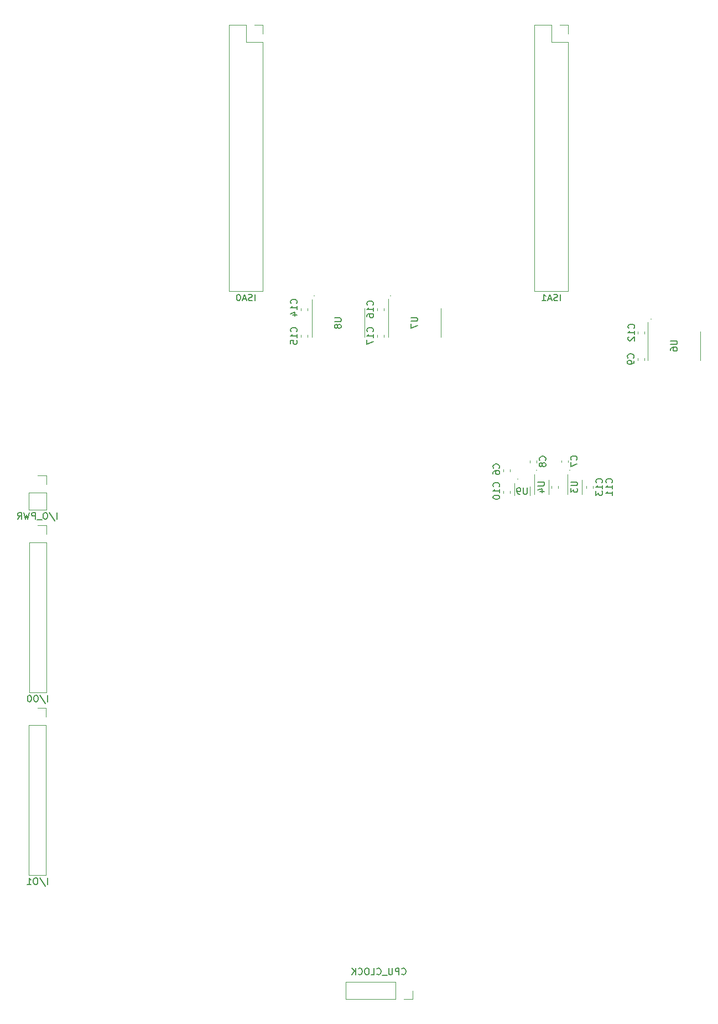
<source format=gbr>
%TF.GenerationSoftware,KiCad,Pcbnew,(6.0.0-rc2-14-ga17a58203b)*%
%TF.CreationDate,2022-06-07T21:36:17+08:00*%
%TF.ProjectId,DaughterDevBoard,44617567-6874-4657-9244-6576426f6172,rev?*%
%TF.SameCoordinates,Original*%
%TF.FileFunction,Legend,Bot*%
%TF.FilePolarity,Positive*%
%FSLAX46Y46*%
G04 Gerber Fmt 4.6, Leading zero omitted, Abs format (unit mm)*
G04 Created by KiCad (PCBNEW (6.0.0-rc2-14-ga17a58203b)) date 2022-06-07 21:36:17*
%MOMM*%
%LPD*%
G01*
G04 APERTURE LIST*
%ADD10C,0.150000*%
%ADD11C,0.120000*%
G04 APERTURE END LIST*
D10*
X74930001Y-73152000D02*
G75*
G03*
X74930001Y-73152000I-1J0D01*
G01*
X86614001Y-73152000D02*
G75*
G03*
X86614001Y-73152000I-1J0D01*
G01*
X106121201Y-101193600D02*
G75*
G03*
X106121201Y-101193600I-1J0D01*
G01*
X126492001Y-76708000D02*
G75*
G03*
X126492001Y-76708000I-1J0D01*
G01*
X108966001Y-99822000D02*
G75*
G03*
X108966001Y-99822000I-1J0D01*
G01*
X114046001Y-99822000D02*
G75*
G03*
X114046001Y-99822000I-1J0D01*
G01*
%TO.C,C11*%
X120499142Y-101719142D02*
X120546761Y-101671523D01*
X120594380Y-101528666D01*
X120594380Y-101433428D01*
X120546761Y-101290571D01*
X120451523Y-101195333D01*
X120356285Y-101147714D01*
X120165809Y-101100095D01*
X120022952Y-101100095D01*
X119832476Y-101147714D01*
X119737238Y-101195333D01*
X119642000Y-101290571D01*
X119594380Y-101433428D01*
X119594380Y-101528666D01*
X119642000Y-101671523D01*
X119689619Y-101719142D01*
X120594380Y-102671523D02*
X120594380Y-102100095D01*
X120594380Y-102385809D02*
X119594380Y-102385809D01*
X119737238Y-102290571D01*
X119832476Y-102195333D01*
X119880095Y-102100095D01*
X120594380Y-103623904D02*
X120594380Y-103052476D01*
X120594380Y-103338190D02*
X119594380Y-103338190D01*
X119737238Y-103242952D01*
X119832476Y-103147714D01*
X119880095Y-103052476D01*
%TO.C,C10*%
X103227142Y-102318363D02*
X103274761Y-102270744D01*
X103322380Y-102127887D01*
X103322380Y-102032649D01*
X103274761Y-101889792D01*
X103179523Y-101794554D01*
X103084285Y-101746935D01*
X102893809Y-101699316D01*
X102750952Y-101699316D01*
X102560476Y-101746935D01*
X102465238Y-101794554D01*
X102370000Y-101889792D01*
X102322380Y-102032649D01*
X102322380Y-102127887D01*
X102370000Y-102270744D01*
X102417619Y-102318363D01*
X103322380Y-103270744D02*
X103322380Y-102699316D01*
X103322380Y-102985030D02*
X102322380Y-102985030D01*
X102465238Y-102889792D01*
X102560476Y-102794554D01*
X102608095Y-102699316D01*
X102322380Y-103889792D02*
X102322380Y-103985030D01*
X102370000Y-104080268D01*
X102417619Y-104127887D01*
X102512857Y-104175506D01*
X102703333Y-104223125D01*
X102941428Y-104223125D01*
X103131904Y-104175506D01*
X103227142Y-104127887D01*
X103274761Y-104080268D01*
X103322380Y-103985030D01*
X103322380Y-103889792D01*
X103274761Y-103794554D01*
X103227142Y-103746935D01*
X103131904Y-103699316D01*
X102941428Y-103651697D01*
X102703333Y-103651697D01*
X102512857Y-103699316D01*
X102417619Y-103746935D01*
X102370000Y-103794554D01*
X102322380Y-103889792D01*
%TO.C,U9*%
X107543504Y-102474780D02*
X107543504Y-103284304D01*
X107495885Y-103379542D01*
X107448266Y-103427161D01*
X107353028Y-103474780D01*
X107162552Y-103474780D01*
X107067314Y-103427161D01*
X107019695Y-103379542D01*
X106972076Y-103284304D01*
X106972076Y-102474780D01*
X106448266Y-103474780D02*
X106257790Y-103474780D01*
X106162552Y-103427161D01*
X106114933Y-103379542D01*
X106019695Y-103236685D01*
X105972076Y-103046209D01*
X105972076Y-102665257D01*
X106019695Y-102570019D01*
X106067314Y-102522400D01*
X106162552Y-102474780D01*
X106353028Y-102474780D01*
X106448266Y-102522400D01*
X106495885Y-102570019D01*
X106543504Y-102665257D01*
X106543504Y-102903352D01*
X106495885Y-102998590D01*
X106448266Y-103046209D01*
X106353028Y-103093828D01*
X106162552Y-103093828D01*
X106067314Y-103046209D01*
X106019695Y-102998590D01*
X105972076Y-102903352D01*
%TO.C,J3*%
X112632952Y-73902380D02*
X112632952Y-72902380D01*
X112204380Y-73854761D02*
X112061523Y-73902380D01*
X111823428Y-73902380D01*
X111728190Y-73854761D01*
X111680571Y-73807142D01*
X111632952Y-73711904D01*
X111632952Y-73616666D01*
X111680571Y-73521428D01*
X111728190Y-73473809D01*
X111823428Y-73426190D01*
X112013904Y-73378571D01*
X112109142Y-73330952D01*
X112156761Y-73283333D01*
X112204380Y-73188095D01*
X112204380Y-73092857D01*
X112156761Y-72997619D01*
X112109142Y-72950000D01*
X112013904Y-72902380D01*
X111775809Y-72902380D01*
X111632952Y-72950000D01*
X111252000Y-73616666D02*
X110775809Y-73616666D01*
X111347238Y-73902380D02*
X111013904Y-72902380D01*
X110680571Y-73902380D01*
X109823428Y-73902380D02*
X110394857Y-73902380D01*
X110109142Y-73902380D02*
X110109142Y-72902380D01*
X110204380Y-73045238D01*
X110299619Y-73140476D01*
X110394857Y-73188095D01*
%TO.C,U7*%
X89753380Y-76454095D02*
X90562904Y-76454095D01*
X90658142Y-76501714D01*
X90705761Y-76549333D01*
X90753380Y-76644571D01*
X90753380Y-76835047D01*
X90705761Y-76930285D01*
X90658142Y-76977904D01*
X90562904Y-77025523D01*
X89753380Y-77025523D01*
X89753380Y-77406476D02*
X89753380Y-78073142D01*
X90753380Y-77644571D01*
%TO.C,C14*%
X72239142Y-74287142D02*
X72286761Y-74239523D01*
X72334380Y-74096666D01*
X72334380Y-74001428D01*
X72286761Y-73858571D01*
X72191523Y-73763333D01*
X72096285Y-73715714D01*
X71905809Y-73668095D01*
X71762952Y-73668095D01*
X71572476Y-73715714D01*
X71477238Y-73763333D01*
X71382000Y-73858571D01*
X71334380Y-74001428D01*
X71334380Y-74096666D01*
X71382000Y-74239523D01*
X71429619Y-74287142D01*
X72334380Y-75239523D02*
X72334380Y-74668095D01*
X72334380Y-74953809D02*
X71334380Y-74953809D01*
X71477238Y-74858571D01*
X71572476Y-74763333D01*
X71620095Y-74668095D01*
X71667714Y-76096666D02*
X72334380Y-76096666D01*
X71286761Y-75858571D02*
X72001047Y-75620476D01*
X72001047Y-76239523D01*
%TO.C,C9*%
X123801142Y-82637333D02*
X123848761Y-82589714D01*
X123896380Y-82446857D01*
X123896380Y-82351619D01*
X123848761Y-82208761D01*
X123753523Y-82113523D01*
X123658285Y-82065904D01*
X123467809Y-82018285D01*
X123324952Y-82018285D01*
X123134476Y-82065904D01*
X123039238Y-82113523D01*
X122944000Y-82208761D01*
X122896380Y-82351619D01*
X122896380Y-82446857D01*
X122944000Y-82589714D01*
X122991619Y-82637333D01*
X123896380Y-83113523D02*
X123896380Y-83304000D01*
X123848761Y-83399238D01*
X123801142Y-83446857D01*
X123658285Y-83542095D01*
X123467809Y-83589714D01*
X123086857Y-83589714D01*
X122991619Y-83542095D01*
X122944000Y-83494476D01*
X122896380Y-83399238D01*
X122896380Y-83208761D01*
X122944000Y-83113523D01*
X122991619Y-83065904D01*
X123086857Y-83018285D01*
X123324952Y-83018285D01*
X123420190Y-83065904D01*
X123467809Y-83113523D01*
X123515428Y-83208761D01*
X123515428Y-83399238D01*
X123467809Y-83494476D01*
X123420190Y-83542095D01*
X123324952Y-83589714D01*
%TO.C,U6*%
X129500380Y-80010095D02*
X130309904Y-80010095D01*
X130405142Y-80057714D01*
X130452761Y-80105333D01*
X130500380Y-80200571D01*
X130500380Y-80391047D01*
X130452761Y-80486285D01*
X130405142Y-80533904D01*
X130309904Y-80581523D01*
X129500380Y-80581523D01*
X129500380Y-81486285D02*
X129500380Y-81295809D01*
X129548000Y-81200571D01*
X129595619Y-81152952D01*
X129738476Y-81057714D01*
X129928952Y-81010095D01*
X130309904Y-81010095D01*
X130405142Y-81057714D01*
X130452761Y-81105333D01*
X130500380Y-81200571D01*
X130500380Y-81391047D01*
X130452761Y-81486285D01*
X130405142Y-81533904D01*
X130309904Y-81581523D01*
X130071809Y-81581523D01*
X129976571Y-81533904D01*
X129928952Y-81486285D01*
X129881333Y-81391047D01*
X129881333Y-81200571D01*
X129928952Y-81105333D01*
X129976571Y-81057714D01*
X130071809Y-81010095D01*
%TO.C,C17*%
X83923142Y-78605142D02*
X83970761Y-78557523D01*
X84018380Y-78414666D01*
X84018380Y-78319428D01*
X83970761Y-78176571D01*
X83875523Y-78081333D01*
X83780285Y-78033714D01*
X83589809Y-77986095D01*
X83446952Y-77986095D01*
X83256476Y-78033714D01*
X83161238Y-78081333D01*
X83066000Y-78176571D01*
X83018380Y-78319428D01*
X83018380Y-78414666D01*
X83066000Y-78557523D01*
X83113619Y-78605142D01*
X84018380Y-79557523D02*
X84018380Y-78986095D01*
X84018380Y-79271809D02*
X83018380Y-79271809D01*
X83161238Y-79176571D01*
X83256476Y-79081333D01*
X83304095Y-78986095D01*
X83018380Y-79890857D02*
X83018380Y-80557523D01*
X84018380Y-80128952D01*
%TO.C,J5*%
X34123809Y-163178380D02*
X34123809Y-162178380D01*
X32933333Y-162130761D02*
X33790476Y-163416476D01*
X32409523Y-162178380D02*
X32219047Y-162178380D01*
X32123809Y-162226000D01*
X32028571Y-162321238D01*
X31980952Y-162511714D01*
X31980952Y-162845047D01*
X32028571Y-163035523D01*
X32123809Y-163130761D01*
X32219047Y-163178380D01*
X32409523Y-163178380D01*
X32504761Y-163130761D01*
X32600000Y-163035523D01*
X32647619Y-162845047D01*
X32647619Y-162511714D01*
X32600000Y-162321238D01*
X32504761Y-162226000D01*
X32409523Y-162178380D01*
X31028571Y-163178380D02*
X31600000Y-163178380D01*
X31314285Y-163178380D02*
X31314285Y-162178380D01*
X31409523Y-162321238D01*
X31504761Y-162416476D01*
X31600000Y-162464095D01*
%TO.C,J2*%
X34173808Y-135242380D02*
X34173808Y-134242380D01*
X32983332Y-134194761D02*
X33840475Y-135480476D01*
X32459522Y-134242380D02*
X32269046Y-134242380D01*
X32173808Y-134290000D01*
X32078570Y-134385238D01*
X32030951Y-134575714D01*
X32030951Y-134909047D01*
X32078570Y-135099523D01*
X32173808Y-135194761D01*
X32269046Y-135242380D01*
X32459522Y-135242380D01*
X32554760Y-135194761D01*
X32649999Y-135099523D01*
X32697618Y-134909047D01*
X32697618Y-134575714D01*
X32649999Y-134385238D01*
X32554760Y-134290000D01*
X32459522Y-134242380D01*
X31411903Y-134242380D02*
X31316665Y-134242380D01*
X31221427Y-134290000D01*
X31173808Y-134337619D01*
X31126189Y-134432857D01*
X31078570Y-134623333D01*
X31078570Y-134861428D01*
X31126189Y-135051904D01*
X31173808Y-135147142D01*
X31221427Y-135194761D01*
X31316665Y-135242380D01*
X31411903Y-135242380D01*
X31507141Y-135194761D01*
X31554760Y-135147142D01*
X31602379Y-135051904D01*
X31649999Y-134861428D01*
X31649999Y-134623333D01*
X31602379Y-134432857D01*
X31554760Y-134337619D01*
X31507141Y-134290000D01*
X31411903Y-134242380D01*
%TO.C,C12*%
X123895142Y-78097142D02*
X123942761Y-78049523D01*
X123990380Y-77906666D01*
X123990380Y-77811428D01*
X123942761Y-77668571D01*
X123847523Y-77573333D01*
X123752285Y-77525714D01*
X123561809Y-77478095D01*
X123418952Y-77478095D01*
X123228476Y-77525714D01*
X123133238Y-77573333D01*
X123038000Y-77668571D01*
X122990380Y-77811428D01*
X122990380Y-77906666D01*
X123038000Y-78049523D01*
X123085619Y-78097142D01*
X123990380Y-79049523D02*
X123990380Y-78478095D01*
X123990380Y-78763809D02*
X122990380Y-78763809D01*
X123133238Y-78668571D01*
X123228476Y-78573333D01*
X123276095Y-78478095D01*
X123085619Y-79430476D02*
X123038000Y-79478095D01*
X122990380Y-79573333D01*
X122990380Y-79811428D01*
X123038000Y-79906666D01*
X123085619Y-79954285D01*
X123180857Y-80001904D01*
X123276095Y-80001904D01*
X123418952Y-79954285D01*
X123990380Y-79382857D01*
X123990380Y-80001904D01*
%TO.C,C8*%
X110309142Y-98308333D02*
X110356761Y-98260714D01*
X110404380Y-98117857D01*
X110404380Y-98022619D01*
X110356761Y-97879761D01*
X110261523Y-97784523D01*
X110166285Y-97736904D01*
X109975809Y-97689285D01*
X109832952Y-97689285D01*
X109642476Y-97736904D01*
X109547238Y-97784523D01*
X109452000Y-97879761D01*
X109404380Y-98022619D01*
X109404380Y-98117857D01*
X109452000Y-98260714D01*
X109499619Y-98308333D01*
X109832952Y-98879761D02*
X109785333Y-98784523D01*
X109737714Y-98736904D01*
X109642476Y-98689285D01*
X109594857Y-98689285D01*
X109499619Y-98736904D01*
X109452000Y-98784523D01*
X109404380Y-98879761D01*
X109404380Y-99070238D01*
X109452000Y-99165476D01*
X109499619Y-99213095D01*
X109594857Y-99260714D01*
X109642476Y-99260714D01*
X109737714Y-99213095D01*
X109785333Y-99165476D01*
X109832952Y-99070238D01*
X109832952Y-98879761D01*
X109880571Y-98784523D01*
X109928190Y-98736904D01*
X110023428Y-98689285D01*
X110213904Y-98689285D01*
X110309142Y-98736904D01*
X110356761Y-98784523D01*
X110404380Y-98879761D01*
X110404380Y-99070238D01*
X110356761Y-99165476D01*
X110309142Y-99213095D01*
X110213904Y-99260714D01*
X110023428Y-99260714D01*
X109928190Y-99213095D01*
X109880571Y-99165476D01*
X109832952Y-99070238D01*
%TO.C,C7*%
X115114342Y-98232933D02*
X115161961Y-98185314D01*
X115209580Y-98042457D01*
X115209580Y-97947219D01*
X115161961Y-97804361D01*
X115066723Y-97709123D01*
X114971485Y-97661504D01*
X114781009Y-97613885D01*
X114638152Y-97613885D01*
X114447676Y-97661504D01*
X114352438Y-97709123D01*
X114257200Y-97804361D01*
X114209580Y-97947219D01*
X114209580Y-98042457D01*
X114257200Y-98185314D01*
X114304819Y-98232933D01*
X114209580Y-98566266D02*
X114209580Y-99232933D01*
X115209580Y-98804361D01*
%TO.C,C6*%
X103227142Y-99492554D02*
X103274761Y-99444935D01*
X103322380Y-99302078D01*
X103322380Y-99206840D01*
X103274761Y-99063982D01*
X103179523Y-98968744D01*
X103084285Y-98921125D01*
X102893809Y-98873506D01*
X102750952Y-98873506D01*
X102560476Y-98921125D01*
X102465238Y-98968744D01*
X102370000Y-99063982D01*
X102322380Y-99206840D01*
X102322380Y-99302078D01*
X102370000Y-99444935D01*
X102417619Y-99492554D01*
X102322380Y-100349697D02*
X102322380Y-100159221D01*
X102370000Y-100063982D01*
X102417619Y-100016363D01*
X102560476Y-99921125D01*
X102750952Y-99873506D01*
X103131904Y-99873506D01*
X103227142Y-99921125D01*
X103274761Y-99968744D01*
X103322380Y-100063982D01*
X103322380Y-100254459D01*
X103274761Y-100349697D01*
X103227142Y-100397316D01*
X103131904Y-100444935D01*
X102893809Y-100444935D01*
X102798571Y-100397316D01*
X102750952Y-100349697D01*
X102703333Y-100254459D01*
X102703333Y-100063982D01*
X102750952Y-99968744D01*
X102798571Y-99921125D01*
X102893809Y-99873506D01*
%TO.C,C13*%
X118975142Y-101719142D02*
X119022761Y-101671523D01*
X119070380Y-101528666D01*
X119070380Y-101433428D01*
X119022761Y-101290571D01*
X118927523Y-101195333D01*
X118832285Y-101147714D01*
X118641809Y-101100095D01*
X118498952Y-101100095D01*
X118308476Y-101147714D01*
X118213238Y-101195333D01*
X118118000Y-101290571D01*
X118070380Y-101433428D01*
X118070380Y-101528666D01*
X118118000Y-101671523D01*
X118165619Y-101719142D01*
X119070380Y-102671523D02*
X119070380Y-102100095D01*
X119070380Y-102385809D02*
X118070380Y-102385809D01*
X118213238Y-102290571D01*
X118308476Y-102195333D01*
X118356095Y-102100095D01*
X118070380Y-103004857D02*
X118070380Y-103623904D01*
X118451333Y-103290571D01*
X118451333Y-103433428D01*
X118498952Y-103528666D01*
X118546571Y-103576285D01*
X118641809Y-103623904D01*
X118879904Y-103623904D01*
X118975142Y-103576285D01*
X119022761Y-103528666D01*
X119070380Y-103433428D01*
X119070380Y-103147714D01*
X119022761Y-103052476D01*
X118975142Y-103004857D01*
%TO.C,J4*%
X65896952Y-73902380D02*
X65896952Y-72902380D01*
X65468380Y-73854761D02*
X65325523Y-73902380D01*
X65087428Y-73902380D01*
X64992190Y-73854761D01*
X64944571Y-73807142D01*
X64896952Y-73711904D01*
X64896952Y-73616666D01*
X64944571Y-73521428D01*
X64992190Y-73473809D01*
X65087428Y-73426190D01*
X65277904Y-73378571D01*
X65373142Y-73330952D01*
X65420761Y-73283333D01*
X65468380Y-73188095D01*
X65468380Y-73092857D01*
X65420761Y-72997619D01*
X65373142Y-72950000D01*
X65277904Y-72902380D01*
X65039809Y-72902380D01*
X64896952Y-72950000D01*
X64516000Y-73616666D02*
X64039809Y-73616666D01*
X64611238Y-73902380D02*
X64277904Y-72902380D01*
X63944571Y-73902380D01*
X63420761Y-72902380D02*
X63325523Y-72902380D01*
X63230285Y-72950000D01*
X63182666Y-72997619D01*
X63135047Y-73092857D01*
X63087428Y-73283333D01*
X63087428Y-73521428D01*
X63135047Y-73711904D01*
X63182666Y-73807142D01*
X63230285Y-73854761D01*
X63325523Y-73902380D01*
X63420761Y-73902380D01*
X63516000Y-73854761D01*
X63563619Y-73807142D01*
X63611238Y-73711904D01*
X63658857Y-73521428D01*
X63658857Y-73283333D01*
X63611238Y-73092857D01*
X63563619Y-72997619D01*
X63516000Y-72950000D01*
X63420761Y-72902380D01*
%TO.C,U4*%
X109180380Y-101613095D02*
X109989904Y-101613095D01*
X110085142Y-101660714D01*
X110132761Y-101708333D01*
X110180380Y-101803571D01*
X110180380Y-101994047D01*
X110132761Y-102089285D01*
X110085142Y-102136904D01*
X109989904Y-102184523D01*
X109180380Y-102184523D01*
X109513714Y-103089285D02*
X110180380Y-103089285D01*
X109132761Y-102851190D02*
X109847047Y-102613095D01*
X109847047Y-103232142D01*
%TO.C,C15*%
X72239142Y-78605142D02*
X72286761Y-78557523D01*
X72334380Y-78414666D01*
X72334380Y-78319428D01*
X72286761Y-78176571D01*
X72191523Y-78081333D01*
X72096285Y-78033714D01*
X71905809Y-77986095D01*
X71762952Y-77986095D01*
X71572476Y-78033714D01*
X71477238Y-78081333D01*
X71382000Y-78176571D01*
X71334380Y-78319428D01*
X71334380Y-78414666D01*
X71382000Y-78557523D01*
X71429619Y-78605142D01*
X72334380Y-79557523D02*
X72334380Y-78986095D01*
X72334380Y-79271809D02*
X71334380Y-79271809D01*
X71477238Y-79176571D01*
X71572476Y-79081333D01*
X71620095Y-78986095D01*
X71334380Y-80462285D02*
X71334380Y-79986095D01*
X71810571Y-79938476D01*
X71762952Y-79986095D01*
X71715333Y-80081333D01*
X71715333Y-80319428D01*
X71762952Y-80414666D01*
X71810571Y-80462285D01*
X71905809Y-80509904D01*
X72143904Y-80509904D01*
X72239142Y-80462285D01*
X72286761Y-80414666D01*
X72334380Y-80319428D01*
X72334380Y-80081333D01*
X72286761Y-79986095D01*
X72239142Y-79938476D01*
%TO.C,U8*%
X78069380Y-76522595D02*
X78878904Y-76522595D01*
X78974142Y-76570214D01*
X79021761Y-76617833D01*
X79069380Y-76713071D01*
X79069380Y-76903547D01*
X79021761Y-76998785D01*
X78974142Y-77046404D01*
X78878904Y-77094023D01*
X78069380Y-77094023D01*
X78497952Y-77713071D02*
X78450333Y-77617833D01*
X78402714Y-77570214D01*
X78307476Y-77522595D01*
X78259857Y-77522595D01*
X78164619Y-77570214D01*
X78117000Y-77617833D01*
X78069380Y-77713071D01*
X78069380Y-77903547D01*
X78117000Y-77998785D01*
X78164619Y-78046404D01*
X78259857Y-78094023D01*
X78307476Y-78094023D01*
X78402714Y-78046404D01*
X78450333Y-77998785D01*
X78497952Y-77903547D01*
X78497952Y-77713071D01*
X78545571Y-77617833D01*
X78593190Y-77570214D01*
X78688428Y-77522595D01*
X78878904Y-77522595D01*
X78974142Y-77570214D01*
X79021761Y-77617833D01*
X79069380Y-77713071D01*
X79069380Y-77903547D01*
X79021761Y-77998785D01*
X78974142Y-78046404D01*
X78878904Y-78094023D01*
X78688428Y-78094023D01*
X78593190Y-78046404D01*
X78545571Y-77998785D01*
X78497952Y-77903547D01*
%TO.C,J6*%
X88359809Y-176887142D02*
X88407428Y-176934761D01*
X88550285Y-176982380D01*
X88645523Y-176982380D01*
X88788380Y-176934761D01*
X88883619Y-176839523D01*
X88931238Y-176744285D01*
X88978857Y-176553809D01*
X88978857Y-176410952D01*
X88931238Y-176220476D01*
X88883619Y-176125238D01*
X88788380Y-176030000D01*
X88645523Y-175982380D01*
X88550285Y-175982380D01*
X88407428Y-176030000D01*
X88359809Y-176077619D01*
X87931238Y-176982380D02*
X87931238Y-175982380D01*
X87550285Y-175982380D01*
X87455047Y-176030000D01*
X87407428Y-176077619D01*
X87359809Y-176172857D01*
X87359809Y-176315714D01*
X87407428Y-176410952D01*
X87455047Y-176458571D01*
X87550285Y-176506190D01*
X87931238Y-176506190D01*
X86931238Y-175982380D02*
X86931238Y-176791904D01*
X86883619Y-176887142D01*
X86836000Y-176934761D01*
X86740761Y-176982380D01*
X86550285Y-176982380D01*
X86455047Y-176934761D01*
X86407428Y-176887142D01*
X86359809Y-176791904D01*
X86359809Y-175982380D01*
X86121714Y-177077619D02*
X85359809Y-177077619D01*
X84550285Y-176887142D02*
X84597904Y-176934761D01*
X84740761Y-176982380D01*
X84836000Y-176982380D01*
X84978857Y-176934761D01*
X85074095Y-176839523D01*
X85121714Y-176744285D01*
X85169333Y-176553809D01*
X85169333Y-176410952D01*
X85121714Y-176220476D01*
X85074095Y-176125238D01*
X84978857Y-176030000D01*
X84836000Y-175982380D01*
X84740761Y-175982380D01*
X84597904Y-176030000D01*
X84550285Y-176077619D01*
X83645523Y-176982380D02*
X84121714Y-176982380D01*
X84121714Y-175982380D01*
X83121714Y-175982380D02*
X82931238Y-175982380D01*
X82836000Y-176030000D01*
X82740761Y-176125238D01*
X82693142Y-176315714D01*
X82693142Y-176649047D01*
X82740761Y-176839523D01*
X82836000Y-176934761D01*
X82931238Y-176982380D01*
X83121714Y-176982380D01*
X83216952Y-176934761D01*
X83312190Y-176839523D01*
X83359809Y-176649047D01*
X83359809Y-176315714D01*
X83312190Y-176125238D01*
X83216952Y-176030000D01*
X83121714Y-175982380D01*
X81693142Y-176887142D02*
X81740761Y-176934761D01*
X81883619Y-176982380D01*
X81978857Y-176982380D01*
X82121714Y-176934761D01*
X82216952Y-176839523D01*
X82264571Y-176744285D01*
X82312190Y-176553809D01*
X82312190Y-176410952D01*
X82264571Y-176220476D01*
X82216952Y-176125238D01*
X82121714Y-176030000D01*
X81978857Y-175982380D01*
X81883619Y-175982380D01*
X81740761Y-176030000D01*
X81693142Y-176077619D01*
X81264571Y-176982380D02*
X81264571Y-175982380D01*
X80693142Y-176982380D02*
X81121714Y-176410952D01*
X80693142Y-175982380D02*
X81264571Y-176553809D01*
%TO.C,C16*%
X83923142Y-74541142D02*
X83970761Y-74493523D01*
X84018380Y-74350666D01*
X84018380Y-74255428D01*
X83970761Y-74112571D01*
X83875523Y-74017333D01*
X83780285Y-73969714D01*
X83589809Y-73922095D01*
X83446952Y-73922095D01*
X83256476Y-73969714D01*
X83161238Y-74017333D01*
X83066000Y-74112571D01*
X83018380Y-74255428D01*
X83018380Y-74350666D01*
X83066000Y-74493523D01*
X83113619Y-74541142D01*
X84018380Y-75493523D02*
X84018380Y-74922095D01*
X84018380Y-75207809D02*
X83018380Y-75207809D01*
X83161238Y-75112571D01*
X83256476Y-75017333D01*
X83304095Y-74922095D01*
X83018380Y-76350666D02*
X83018380Y-76160190D01*
X83066000Y-76064952D01*
X83113619Y-76017333D01*
X83256476Y-75922095D01*
X83446952Y-75874476D01*
X83827904Y-75874476D01*
X83923142Y-75922095D01*
X83970761Y-75969714D01*
X84018380Y-76064952D01*
X84018380Y-76255428D01*
X83970761Y-76350666D01*
X83923142Y-76398285D01*
X83827904Y-76445904D01*
X83589809Y-76445904D01*
X83494571Y-76398285D01*
X83446952Y-76350666D01*
X83399333Y-76255428D01*
X83399333Y-76064952D01*
X83446952Y-75969714D01*
X83494571Y-75922095D01*
X83589809Y-75874476D01*
%TO.C,U3*%
X114252380Y-101600095D02*
X115061904Y-101600095D01*
X115157142Y-101647714D01*
X115204761Y-101695333D01*
X115252380Y-101790571D01*
X115252380Y-101981047D01*
X115204761Y-102076285D01*
X115157142Y-102123904D01*
X115061904Y-102171523D01*
X114252380Y-102171523D01*
X114252380Y-102552476D02*
X114252380Y-103171523D01*
X114633333Y-102838190D01*
X114633333Y-102981047D01*
X114680952Y-103076285D01*
X114728571Y-103123904D01*
X114823809Y-103171523D01*
X115061904Y-103171523D01*
X115157142Y-103123904D01*
X115204761Y-103076285D01*
X115252380Y-102981047D01*
X115252380Y-102695333D01*
X115204761Y-102600095D01*
X115157142Y-102552476D01*
%TO.C,J10*%
X35601000Y-107298380D02*
X35601000Y-106298380D01*
X34410523Y-106250761D02*
X35267666Y-107536476D01*
X33886714Y-106298380D02*
X33696238Y-106298380D01*
X33601000Y-106346000D01*
X33505761Y-106441238D01*
X33458142Y-106631714D01*
X33458142Y-106965047D01*
X33505761Y-107155523D01*
X33601000Y-107250761D01*
X33696238Y-107298380D01*
X33886714Y-107298380D01*
X33981952Y-107250761D01*
X34077190Y-107155523D01*
X34124809Y-106965047D01*
X34124809Y-106631714D01*
X34077190Y-106441238D01*
X33981952Y-106346000D01*
X33886714Y-106298380D01*
X33267666Y-107393619D02*
X32505761Y-107393619D01*
X32267666Y-107298380D02*
X32267666Y-106298380D01*
X31886714Y-106298380D01*
X31791476Y-106346000D01*
X31743857Y-106393619D01*
X31696238Y-106488857D01*
X31696238Y-106631714D01*
X31743857Y-106726952D01*
X31791476Y-106774571D01*
X31886714Y-106822190D01*
X32267666Y-106822190D01*
X31362904Y-106298380D02*
X31124809Y-107298380D01*
X30934333Y-106584095D01*
X30743857Y-107298380D01*
X30505761Y-106298380D01*
X29553380Y-107298380D02*
X29886714Y-106822190D01*
X30124809Y-107298380D02*
X30124809Y-106298380D01*
X29743857Y-106298380D01*
X29648619Y-106346000D01*
X29601000Y-106393619D01*
X29553380Y-106488857D01*
X29553380Y-106631714D01*
X29601000Y-106726952D01*
X29648619Y-106774571D01*
X29743857Y-106822190D01*
X30124809Y-106822190D01*
D11*
%TO.C,C11*%
X112270000Y-102524779D02*
X112270000Y-102199221D01*
X111250000Y-102524779D02*
X111250000Y-102199221D01*
%TO.C,C10*%
X103884000Y-103286779D02*
X103884000Y-102961221D01*
X104904000Y-103286779D02*
X104904000Y-102961221D01*
%TO.C,U9*%
X105621600Y-103671600D02*
X105621600Y-101771600D01*
X107941600Y-102271600D02*
X107941600Y-103671600D01*
%TO.C,J3*%
X113852000Y-31690000D02*
X112522000Y-31690000D01*
X113852000Y-72450000D02*
X108652000Y-72450000D01*
X113852000Y-34290000D02*
X113852000Y-72450000D01*
X111252000Y-31690000D02*
X108652000Y-31690000D01*
X113852000Y-33020000D02*
X113852000Y-31690000D01*
X113852000Y-34290000D02*
X111252000Y-34290000D01*
X111252000Y-34290000D02*
X111252000Y-31690000D01*
X108652000Y-31690000D02*
X108652000Y-72450000D01*
%TO.C,U7*%
X86266000Y-77216000D02*
X86266000Y-79416000D01*
X86266000Y-77216000D02*
X86266000Y-73616000D01*
X94336000Y-77216000D02*
X94336000Y-75016000D01*
X94336000Y-77216000D02*
X94336000Y-79416000D01*
%TO.C,C14*%
X72896000Y-75021221D02*
X72896000Y-75346779D01*
X73916000Y-75021221D02*
X73916000Y-75346779D01*
%TO.C,C9*%
X124458000Y-82966779D02*
X124458000Y-82641221D01*
X125478000Y-82966779D02*
X125478000Y-82641221D01*
%TO.C,U6*%
X134083000Y-80772000D02*
X134083000Y-82972000D01*
X126013000Y-80772000D02*
X126013000Y-82972000D01*
X126013000Y-80772000D02*
X126013000Y-77172000D01*
X134083000Y-80772000D02*
X134083000Y-78572000D01*
%TO.C,C17*%
X85600000Y-79410779D02*
X85600000Y-79085221D01*
X84580000Y-79410779D02*
X84580000Y-79085221D01*
%TO.C,J5*%
X31270000Y-138806000D02*
X31270000Y-161726000D01*
X33930000Y-136206000D02*
X32600000Y-136206000D01*
X33930000Y-138806000D02*
X31270000Y-138806000D01*
X33930000Y-161726000D02*
X31270000Y-161726000D01*
X33930000Y-137536000D02*
X33930000Y-136206000D01*
X33930000Y-138806000D02*
X33930000Y-161726000D01*
%TO.C,J2*%
X33979999Y-110870000D02*
X33979999Y-133790000D01*
X33979999Y-133790000D02*
X31319999Y-133790000D01*
X33979999Y-108270000D02*
X32649999Y-108270000D01*
X31319999Y-110870000D02*
X31319999Y-133790000D01*
X33979999Y-110870000D02*
X31319999Y-110870000D01*
X33979999Y-109600000D02*
X33979999Y-108270000D01*
%TO.C,C12*%
X124458000Y-78577221D02*
X124458000Y-78902779D01*
X125478000Y-78577221D02*
X125478000Y-78902779D01*
%TO.C,C8*%
X107948000Y-98637779D02*
X107948000Y-98312221D01*
X108968000Y-98637779D02*
X108968000Y-98312221D01*
%TO.C,C7*%
X113794000Y-98624779D02*
X113794000Y-98299221D01*
X112774000Y-98624779D02*
X112774000Y-98299221D01*
%TO.C,C6*%
X103884000Y-99984779D02*
X103884000Y-99659221D01*
X104904000Y-99984779D02*
X104904000Y-99659221D01*
%TO.C,C13*%
X116584000Y-102524779D02*
X116584000Y-102199221D01*
X117604000Y-102524779D02*
X117604000Y-102199221D01*
%TO.C,J4*%
X67116000Y-34290000D02*
X64516000Y-34290000D01*
X67116000Y-31690000D02*
X65786000Y-31690000D01*
X67116000Y-72450000D02*
X61916000Y-72450000D01*
X64516000Y-34290000D02*
X64516000Y-31690000D01*
X64516000Y-31690000D02*
X61916000Y-31690000D01*
X61916000Y-31690000D02*
X61916000Y-72450000D01*
X67116000Y-33020000D02*
X67116000Y-31690000D01*
X67116000Y-34290000D02*
X67116000Y-72450000D01*
%TO.C,U4*%
X108628000Y-103475000D02*
X108628000Y-100475000D01*
X110828000Y-103475000D02*
X110828000Y-101275000D01*
%TO.C,C15*%
X72896000Y-79410779D02*
X72896000Y-79085221D01*
X73916000Y-79410779D02*
X73916000Y-79085221D01*
%TO.C,U8*%
X74571000Y-77284500D02*
X74571000Y-73684500D01*
X82641000Y-77284500D02*
X82641000Y-79484500D01*
X74571000Y-77284500D02*
X74571000Y-79484500D01*
X82641000Y-77284500D02*
X82641000Y-75084500D01*
%TO.C,J6*%
X87430000Y-178070000D02*
X79750000Y-178070000D01*
X87430000Y-180730000D02*
X79750000Y-180730000D01*
X79750000Y-180730000D02*
X79750000Y-178070000D01*
X87430000Y-180730000D02*
X87430000Y-178070000D01*
X90030000Y-180730000D02*
X90030000Y-179400000D01*
X88700000Y-180730000D02*
X90030000Y-180730000D01*
%TO.C,C16*%
X85600000Y-75021221D02*
X85600000Y-75346779D01*
X84580000Y-75021221D02*
X84580000Y-75346779D01*
%TO.C,U3*%
X115904000Y-103462000D02*
X115904000Y-101262000D01*
X113704000Y-103462000D02*
X113704000Y-100462000D01*
%TO.C,J10*%
X33931000Y-101976000D02*
X33931000Y-100646000D01*
X33931000Y-103246000D02*
X31271000Y-103246000D01*
X33931000Y-103246000D02*
X33931000Y-105846000D01*
X31271000Y-103246000D02*
X31271000Y-105846000D01*
X33931000Y-105846000D02*
X31271000Y-105846000D01*
X33931000Y-100646000D02*
X32601000Y-100646000D01*
%TD*%
M02*

</source>
